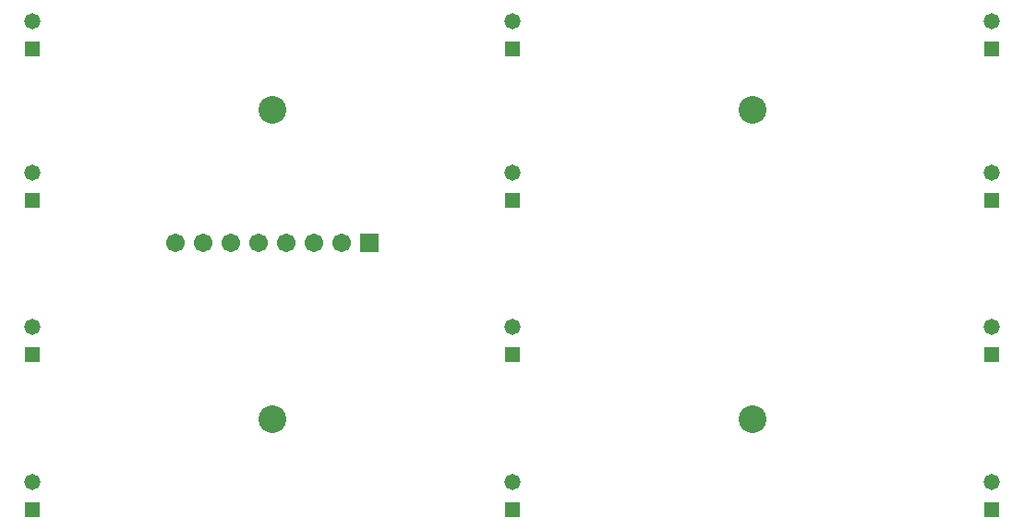
<source format=gbr>
G04 DipTrace 2.4.0.2*
%INBottomMask.gbr*%
%MOIN*%
%ADD20C,0.1*%
%ADD26R,0.058X0.058*%
%ADD28C,0.058*%
%ADD30C,0.0671*%
%ADD32R,0.0671X0.0671*%
%FSLAX44Y44*%
G04*
G70*
G90*
G75*
G01*
%LNBotMask*%
%LPD*%
D32*
X18795Y15494D3*
D30*
X17795D3*
X16795D3*
X15795D3*
X14795D3*
X13795D3*
X12795D3*
X11795D3*
D28*
X6634Y23518D3*
D26*
Y22518D3*
D28*
X23956Y23518D3*
D26*
Y22518D3*
D28*
X41279Y23518D3*
D26*
Y22518D3*
D28*
X6634Y18037D3*
D26*
Y17037D3*
D28*
X23956Y18037D3*
D26*
Y17037D3*
D28*
X41279Y18037D3*
D26*
Y17037D3*
D28*
X6634Y12462D3*
D26*
Y11462D3*
D28*
X23956Y12462D3*
D26*
Y11462D3*
D28*
X41279Y12462D3*
D26*
Y11462D3*
D28*
X6634Y6884D3*
D26*
Y5884D3*
D28*
X23956Y6884D3*
D26*
Y5884D3*
D28*
X41279Y6884D3*
D26*
Y5884D3*
D20*
X15295Y20309D3*
Y9140D3*
X32618Y20309D3*
Y9140D3*
M02*

</source>
